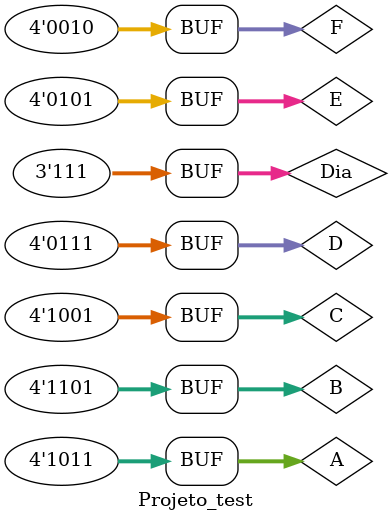
<source format=v>
`timescale 1000ms/500ms


module Projeto_test;

	// Inputs
	reg [3:0] A;
	reg [3:0] B;
	reg [3:0] C;
	reg [3:0] D;
	reg [3:0] E;
	reg [3:0] F;
	reg [2:0] Dia;

	// Outputs
	wire Barreira1;
	wire MatrVal;
	// Instantiate the Unit Under Test (UUT)
	Projeto uut (
		.A(A), 
		.B(B), 
		.C(C), 
		.D(D), 
		.E(E), 
		.F(F), 
		.Dia(Dia), 
		.Barreira1(Barreira1), 
		.MatrVal(MatrVal)
	);

	initial begin
		// Initialize Inputs
		A = 3;
		B = 4;
		C = 'hA;
		D = 3;
		E = 6;
		F = 6;
		Dia = 1;
		#3
		A = 3;
		B = 4;
		C = 'hA;
		D = 3;
		E = 6;
		F = 6;
		Dia = 2;
		#3
		A = 3;
		B = 4;
		C = 'hA;
		D = 3;
		E = 6;
		F = 6;
		Dia = 7;
		#3
		A = 'hB;
		B = 'hB;
		C = 'hA;
		D = 'hB;
		E = 'hF;
		F = 'hF;
		Dia = 1;
		#3
		A = 'hB;
		B = 'hB;
		C = 'hA;
		D = 'hB;
		E = 'hF;
		F = 'hF;
		Dia = 2;
		#3
		A = 'hB;
		B = 'hB;
		C = 'hA;
		D = 'hB;
		E = 'hF;
		F = 'hF;
		Dia = 7;
		#3
		A = 1;
		B = 2;
		C = 3;
		D = 4;
		E = 6;
		F = 8;
		Dia = 3;
		#3
		A = 1;
		B = 2;
		C = 3;
		D = 4;
		E = 6;
		F = 8;
		Dia = 4;
		#3
		A = 1;
		B = 2;
		C = 3;
		D = 4;
		E = 6;
		F = 8;
		Dia = 7;
		#3
		A = 'hB;
		B = 'hD;
		C = 9;
		D = 7;
		E = 5;
		F = 2;
		Dia = 5;
		#3
		A = 'hB;
		B = 'hD;
		C = 9;
		D = 7;
		E = 5;
		F = 2;
		Dia = 6;
		#3
		A = 'hB;
		B = 'hD;
		C = 9;
		D = 7;
		E = 5;
		F = 2;
		Dia = 7;
		// Wait 100 ns for global reset to finish
		#3000;
        
		// Add stimulus here

	end
      
endmodule


</source>
